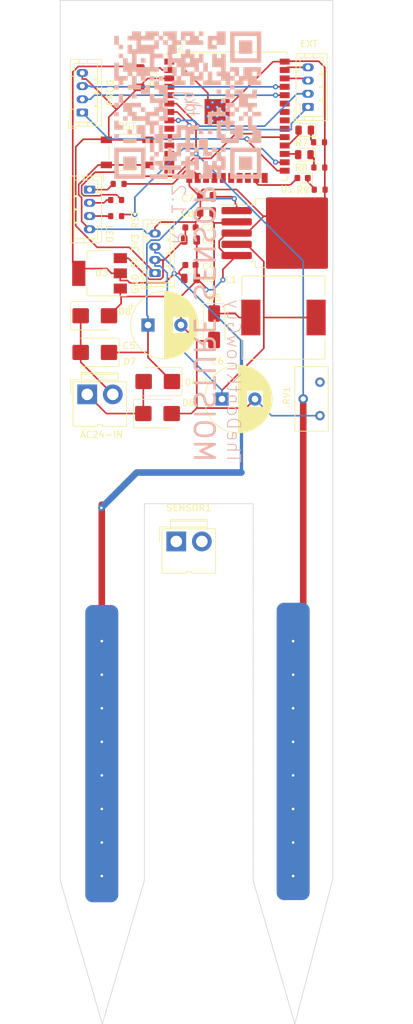
<source format=kicad_pcb>
(kicad_pcb (version 20221018) (generator pcbnew)
  (title_block (title "SPRINKLERS CONTROLLER") (date "2023-10-18") (rev "1.1.0") (company "GIDEONI"))
  (layers (0 "F.Cu" signal) (31 "B.Cu" signal) (34 "B.Paste" user) (35 "F.Paste" user) (36 "B.SilkS" user "B.Silkscreen") (37 "F.SilkS" user "F.Silkscreen") (38 "B.Mask" user) (39 "F.Mask" user) (44 "Edge.Cuts" user))
  (net 0 "")
  (net 2 "GRD")
  (net 4 "3V3")
  (net 11 "Net-(D3-A)")
  (net 12 "Net-(D2-A)")
  (net 20 "Net-(D1-A)")
  (net 21 "Net-(D1-K)")
  (net 22 "Net-(D2-K)")
  (net 23 "Net-(D3-K)")
  (net 24 "Net-(D5-K)")
  (net 25 "Net-(AC24-IN1-Pin_1)")
  (net 26 "Net-(D4-K)")
  (net 28 "Net-(U2-IO5)")
  (net 29 "Net-(U2-IO4)")
  (net 30 "Net-(AC24-IN1-Pin_2)")
  (net 32 "Net-(SENSOR1-Pin_1)")
  (net 36 "Net-(EXT1-Pin_1)")
  (net 37 "Net-(EXT1-Pin_2)")
  (net 38 "Net-(EXT1-Pin_3)")
  (net 39 "Net-(EXT1-Pin_4)")
  (net 40 "Net-(POWER1-Pin_2)")
  (net 41 "Net-(LED1-Pin_1)")
  (net 42 "Net-(LED1-Pin_2)")
  (net 43 "Net-(LED1-Pin_3)")
  (net 44 "Net-(POWER1-Pin_1)")
  (net 45 "Net-(PROG1-Pin_1)")
  (net 46 "Net-(PROG1-Pin_2)")
  (net 47 "Net-(PROG1-Pin_3)")
  (net 48 "Net-(U2-IO13)")
  (footprint "" (layer "F.Cu") (at 151.012298 128.304508)
    (fp_text reference "")
    (fp_text value "")
  )
  (footprint "Package_TO_SOT_SMD:TO-263-5_TabPin3" (layer "F.Cu") (at 150.091 49.8451)
    (fp_text reference "U1")
    (fp_text value "LM2596S-5")
  )
  (footprint "Capacitor_SMD:C_0805_2012Metric" (layer "F.Cu") (at 135.4364 56.7125)
    (fp_text reference "C3")
    (fp_text value "10uF")
  )
  (footprint "Potentiometer_THT:Potentiometer_Bourns_3296Y_Vertical" (layer "F.Cu") (at 155.0794 77.4836 -90)
    (fp_text reference "RV1")
    (fp_text value "R_Potentiometer_Small" hide)
  )
  (footprint "Capacitor_SMD:C_0805_2012Metric" (layer "F.Cu") (at 137.8873 44.3385)
    (fp_text reference "C7")
    (fp_text value "25V 1uF X5R ±10% 0402 Multilayer Ceramic Capacitors MLCC - SMD/SMT ROHS")
  )
  (footprint "Diode_SMD:D_SMB" (layer "F.Cu") (at 130.4328 77.1596)
    (fp_text reference "D6")
    (fp_text value "900mV@2A 30ns 2A 50V DO-214AA Diodes " hide)
  )
  (footprint "Connector_JST:JST_PH_B4B-PH-K_1x04_P2.00mm_Vertical" (layer "F.Cu") (at 119.0247 31.5974 90)
    (fp_text reference "PROG1" hide)
    (fp_text value "Conn_01x04_Pin")
  )
  (footprint "Connector:JWT_A3963_1x02_P3.96mm_Vertical" (layer "F.Cu") (at 133.28 96.52)
    (fp_text reference "SENSOR1")
    (fp_text value "Conn_01x02")
  )
  (footprint "Button_Switch_SMD:SW_SPST_TL3342" (layer "F.Cu") (at 125.819502 37.630532)
    (fp_text reference "RST_SW1" hide)
    (fp_text value "SW_SPST")
  )
  (footprint "LED_SMD:LED_0805_2012Metric" (layer "F.Cu") (at 152.770803 34.260505 180)
    (fp_text reference "D3" hide)
    (fp_text value "LED")
  )
  (footprint "Resistor_SMD:R_0603_1608Metric" (layer "F.Cu") (at 154.988986 39.914805 180)
    (fp_text reference "R8")
    (fp_text value "130")
  )
  (footprint "Resistor_SMD:R_0603_1608Metric" (layer "F.Cu") (at 124.160682 44.838365)
    (fp_text reference "R12" hide)
    (fp_text value "130")
  )
  (footprint "Diode_SMD:D_SMB" (layer "F.Cu") (at 120.9244 67.9082 180)
    (fp_text reference "D7")
    (fp_text value "900mV@2A 30ns 2A 50V DO-214AA Diodes " hide)
  )
  (footprint "Inductor_SMD:L_12x12mm_H8mm" (layer "F.Cu") (at 149.5458 62.6221)
    (fp_text reference "L1")
    (fp_text value "L")
  )
  (footprint "Connector_JST:JST_PH_B4B-PH-K_1x04_P2.00mm_Vertical" (layer "F.Cu") (at 153.262874 30.75425 90)
    (fp_text reference "EXT1" hide)
    (fp_text value "Conn_01x04_Pin")
  )
  (footprint "Capacitor_SMD:C_0603_1608Metric" (layer "F.Cu") (at 135.4364 48.9856)
    (fp_text reference "C2")
    (fp_text value "100nF")
  )
  (footprint "Connector_JST:JST_PH_B4B-PH-K_1x04_P2.00mm_Vertical" (layer "F.Cu") (at 130.0533 55.9048 90)
    (fp_text reference "POWER1" hide)
    (fp_text value "Conn_01x04_Pin")
  )
  (footprint "Resistor_SMD:R_0603_1608Metric" (layer "F.Cu") (at 155.036473 43.27403 180)
    (fp_text reference "R9")
    (fp_text value "130")
  )
  (footprint "Diode_SMD:D_SMB" (layer "F.Cu") (at 130.4783 72.3107 180)
    (fp_text reference "D4")
    (fp_text value "900mV@2A 30ns 2A 50V DO-214AA Diodes " hide)
  )
  (footprint "Capacitor_SMD:C_0603_1608Metric" (layer "F.Cu") (at 135.4364 54.6812)
    (fp_text reference "C4")
    (fp_text value "100nF")
  )
  (footprint "Package_TO_SOT_SMD:SOT-223-3_TabPin2" (layer "F.Cu") (at 121.6393 55.9394 180)
    (fp_text reference "U3")
    (fp_text value "AP1117-33" hide)
  )
  (footprint "Resistor_SMD:R_1206_3216Metric" (layer "F.Cu") (at 127.6075 26.3116 -90)
    (fp_text reference "R10")
    (fp_text value "10K")
  )
  (footprint "RF_Module:ESP32-WROOM-32U" (layer "F.Cu") (at 140.9763 32.1449)
    (fp_text reference "U2")
    (fp_text value "ESP32-WROOM-32U")
  )
  (footprint "" (layer "F.Cu") (at 151.012298 128.304508)
    (fp_text reference "")
    (fp_text value "")
  )
  (footprint "LED_SMD:LED_0603_1608Metric" (layer "F.Cu") (at 152.442874 41.502937 180)
    (fp_text reference "D1" hide)
    (fp_text value "LED")
  )
  (footprint "Diode_SMD:D_SMB" (layer "F.Cu") (at 120.9244 62.3582)
    (fp_text reference "D8")
    (fp_text value "900mV@2A 30ns 2A 50V DO-214AA Diodes " hide)
  )
  (footprint "Resistor_SMD:R_0603_1608Metric" (layer "F.Cu") (at 154.944631 36.097384 180)
    (fp_text reference "R7")
    (fp_text value "130")
  )
  (footprint "" (layer "F.Cu") (at 121.980399 128.640111)
    (fp_text reference "")
    (fp_text value "")
  )
  (footprint "Diode_SMD:D_SMA" (layer "F.Cu") (at 139.0221 64.0218 -90)
    (fp_text reference "D5")
    (fp_text value "B140-E3")
  )
  (footprint "Capacitor_SMD:C_0805_2012Metric" (layer "F.Cu") (at 135.4364 50.8896)
    (fp_text reference "C1")
    (fp_text value "10uF")
  )
  (footprint "LED_SMD:LED_0805_2012Metric" (layer "F.Cu") (at 152.713597 37.97442 180)
    (fp_text reference "D2" hide)
    (fp_text value "LED")
  )
  (footprint "Capacitor_THT:CP_Radial_D10.0mm_P5.00mm" (layer "F.Cu") (at 140.2156 74.9632)
    (fp_text reference "C6")
    (fp_text value "C_Polarized" hide)
  )
  (footprint "Connector_JST:JST_PH_B4B-PH-K_1x04_P2.00mm_Vertical" (layer "F.Cu") (at 120.1247 43.2649 -90)
    (fp_text reference "LED1" hide)
    (fp_text value "Conn_01x04_Pin")
  )
  (footprint "" (layer "F.Cu") (at 121.980399 128.640111)
    (fp_text reference "")
    (fp_text value "")
  )
  (footprint "Resistor_SMD:R_0603_1608Metric" (layer "F.Cu") (at 124.532304 42.401209)
    (fp_text reference "R11" hide)
    (fp_text value "130")
  )
  (footprint "Connector:JWT_A3963_1x02_P3.96mm_Vertical" (layer "F.Cu") (at 119.769482 74.257201)
    (fp_text reference "AC24-IN1" hide)
    (fp_text value "Conn_01x02" hide)
  )
  (footprint "Capacitor_SMD:C_0805_2012Metric" (layer "F.Cu") (at 137.8512 46.6513)
    (fp_text reference "C8")
    (fp_text value "25V 1uF X5R ±10% 0402 Multilayer Ceramic Capacitors MLCC - SMD/SMT ROHS")
  )
  (footprint "Capacitor_THT:CP_Radial_D10.0mm_P5.00mm" (layer "F.Cu") (at 128.9882 63.7639)
    (fp_text reference "C5")
    (fp_text value "C_Polarized" hide)
  )
  (footprint "Resistor_SMD:R_0603_1608Metric" (layer "F.Cu") (at 124.160682 47.282065)
    (fp_text reference "R13" hide)
    (fp_text value "130")
  )
  (footprint "my lib:sprinklers qr code" (layer "B.Cu") (at 135.029893 30.48 90)
    (fp_text reference "")
    (fp_text value "LOGO" hide)
  )
  (gr_line (start 151.269364 169.551973) (end 144.946044 147.836012) (stroke (width 0.1)) (layer "Edge.Cuts"))
  (gr_line (start 128.444304 147.827944) (end 122.059364 169.551973) (stroke (width 0.1)) (layer "Edge.Cuts"))
  (gr_line (start 144.946044 147.836012) (end 144.954304 90.811973) (stroke (width 0.1)) (layer "Edge.Cuts"))
  (gr_line (start 144.954304 90.811973) (end 128.444304 90.811973) (stroke (width 0.1)) (layer "Edge.Cuts"))
  (gr_line (start 128.444304 90.811973) (end 128.444304 147.827944) (stroke (width 0.1)) (layer "Edge.Cuts"))
  (gr_line (start 157.041656 14.611973) (end 157.041656 147.557094) (stroke (width 0.1)) (layer "Edge.Cuts"))
  (gr_line (start 115.674425 147.834778) (end 115.674425 93.460824) (stroke (width 0.1)) (layer "Edge.Cuts"))
  (gr_line (start 115.674425 93.460824) (end 115.674425 14.611973) (stroke (width 0.1)) (layer "Edge.Cuts"))
  (gr_line (start 157.041656 147.557094) (end 151.269364 169.551973) (stroke (width 0.1)) (layer "Edge.Cuts"))
  (gr_line (start 115.674425 14.611973) (end 157.041656 14.611973) (stroke (width 0.1)) (layer "Edge.Cuts"))
  (gr_line (start 122.059364 169.551973) (end 115.674425 147.834778) (stroke (width 0.1)) (layer "Edge.Cuts"))
  (gr_text "R. 1.2" (at 132.404579 51.722453 -90) (layer "B.SilkS") (effects (font (size 2 2)) (justify left bottom mirror)))
  (gr_text "MOISTURE SENSOR" (at 135.717409 84.786671 -90) (layer "B.SilkS") (effects (font (size 3 3) (thickness 0.4)) (justify left bottom mirror)))
  (gr_text "TheDontKnowGuy" (at 140.797409 84.786671 -90) (layer "B.SilkS") (effects (font (size 2 2)) (justify left bottom mirror)))
  (segment (start 141.6532 30.2149) (end 147.9732 23.8949) (width 0.25) (layer "F.Cu") (net 2))
  (segment (start 136.2114 48.9856) (end 136.2114 48.1766) (width 0.25) (layer "F.Cu") (net 2))
  (segment (start 121.434498 39.530532) (end 118.4747 42.49033) (width 0.25) (layer "F.Cu") (net 2))
  (segment (start 139.4513 31.6274) (end 138.7888 31.6274) (width 0.25) (layer "F.Cu") (net 2))
  (segment (start 154.88557 23.82925) (end 155.816987 24.760667) (width 0.25) (layer "F.Cu") (net 2))
  (segment (start 144.0146 49.8451) (end 142.441 49.8451) (width 0.25) (layer "F.Cu") (net 2))
  (segment (start 136.2114 54.6812) (end 136.3864 54.8562) (width 0.25) (layer "F.Cu") (net 2))
  (segment (start 142.441 49.8451) (end 140.9721 49.8451) (width 0.25) (layer "F.Cu") (net 2))
  (segment (start 152.4535 51.0576) (end 154.016 52.6201) (width 0.25) (layer "F.Cu") (net 2))
  (segment (start 139.4763 33.0149) (end 139.4513 32.9899) (width 0.25) (layer "F.Cu") (net 2))
  (segment (start 136.3864 57.0424) (end 133.9882 59.4406) (width 0.25) (layer "F.Cu") (net 2))
  (segment (start 122.669502 39.530532) (end 121.434498 39.530532) (width 0.25) (layer "F.Cu") (net 2))
  (segment (start 136.2114 48.1766) (end 136.9012 47.4868) (width 0.25) (layer "F.Cu") (net 2))
  (segment (start 140.355795 55.330305) (end 140.355795 56.924504) (width 0.25) (layer "F.Cu") (net 2))
  (segment (start 140.1763 31.6149) (end 140.8763 31.6149) (width 0.25) (layer "F.Cu") (net 2))
  (segment (start 136.3875 76.3354) (end 143.8434 76.3354) (width 0.25) (layer "F.Cu") (net 2))
  (segment (start 138.0763 33.0149) (end 138.7763 33.0149) (width 0.25) (layer "F.Cu") (net 2))
  (segment (start 136.9373 43.638) (end 136.9373 44.3385) (width 0.25) (layer "F.Cu") (net 2))
  (segment (start 133.9882 59.4406) (end 124.9136 59.4406) (width 0.25) (layer "F.Cu") (net 2))
  (segment (start 136.2114 48.1766) (end 130.8546 48.1766) (width 0.25) (layer "F.Cu") (net 2))
  (segment (start 146.4683 47.2826) (end 146.4683 47.3914) (width 0.25) (layer "F.Cu") (net 2))
  (segment (start 139.4638 30.2274) (end 139.4513 30.2274) (width 0.25) (layer "F.Cu") (net 2))
  (segment (start 136.3864 50.8896) (end 136.2114 50.7146) (width 0.25) (layer "F.Cu") (net 2))
  (segment (start 138.7763 33.0149) (end 139.4263 33.0149) (width 0.25) (layer "F.Cu") (net 2))
  (segment (start 118.9247 48.0649) (end 120.1247 49.2649) (width 0.25) (layer "F.Cu") (net 2))
  (segment (start 138.0763 28.668) (end 133.3032 23.8949) (width 0.25) (layer "F.Cu") (net 2))
  (segment (start 136.2114 54.6812) (end 136.3864 54.5062) (width 0.25) (layer "F.Cu") (net 2))
  (segment (start 136.9012 47.4868) (end 136.9012 46.6513) (width 0.25) (layer "F.Cu") (net 2))
  (segment (start 138.7888 30.2274) (end 138.7763 30.2149) (width 0.25) (layer "F.Cu") (net 2))
  (segment (start 140.9477 53.2451) (end 142.441 53.2451) (width 0.25) (layer "F.Cu") (net 2))
  (segment (start 149.7213 23.8949) (end 149.78695 23.82925) (width 0.25) (layer "F.Cu") (net 2))
  (segment (start 136.2114 50.7146) (end 136.2114 48.9856) (width 0.25) (layer "F.Cu") (net 2))
  (segment (start 138.0763 31.6149) (end 138.0763 30.9149) (width 0.25) (layer "F.Cu") (net 2))
  (segment (start 140.8763 33.0149) (end 140.8763 32.3149) (width 0.25) (layer "F.Cu") (net 2))
  (segment (start 139.7931 51.0241) (end 139.7931 52.0905) (width 0.25) (layer "F.Cu") (net 2))
  (segment (start 142.441 53.2451) (end 140.355795 55.330305) (width 0.25) (layer "F.Cu") (net 2))
  (segment (start 138.8807 66.1632) (end 139.0221 66.0218) (width 0.25) (layer "F.Cu") (net 2))
  (segment (start 140.1763 33.0149) (end 140.8763 33.0149) (width 0.25) (layer "F.Cu") (net 2))
  (segment (start 140.1763 30.2149) (end 139.4763 30.2149) (width 0.25) (layer "F.Cu") (net 2))
  (segment (start 151.591 49.4951) (end 149.166 47.0701) (width 0.25) (layer "F.Cu") (net 2))
  (segment (start 139.4513 30.2274) (end 138.7888 30.2274) (width 0.25) (layer "F.Cu") (net 2))
  (segment (start 138.0763 30.2149) (end 138.0763 28.668) (width 0.25) (layer "F.Cu") (net 2))
  (segment (start 137.328 43.2473) (end 136.9373 43.638) (width 0.25) (layer "F.Cu") (net 2))
  (segment (start 130.8546 48.1766) (end 130.0533 48.9779) (width 0.25) (layer "F.Cu") (net 2))
  (segment (start 140.8763 30.9149) (end 140.8763 30.2149) (width 0.25) (layer "F.Cu") (net 2))
  (segment (start 154.3756 46.7105) (end 154.016 47.0701) (width 0.25) (layer "F.Cu") (net 2))
  (segment (start 146.4683 47.3914) (end 144.0146 49.8451) (width 0.25) (layer "F.Cu") (net 2))
  (segment (start 142.433 43.2473) (end 137.328 43.2473) (width 0.25) (layer "F.Cu") (net 2))
  (segment (start 139.4513 31.6274) (end 139.4513 32.3149) (width 0.25) (layer "F.Cu") (net 2))
  (segment (start 149.166 52.6201) (end 150.7285 51.0576) (width 0.25) (layer "F.Cu") (net 2))
  (segment (start 140.8763 31.6149) (end 140.8763 30.9149) (width 0.25) (layer "F.Cu") (net 2))
  (segment (start 136.3864 56.7125) (end 136.3864 57.0424) (width 0.25) (layer "F.Cu") (net 2))
  (segment (start 146.4683 47.2826) (end 142.433 43.2473) (width 0.25) (layer "F.Cu") (net 2))
  (segment (start 137.799191 58.125291) (end 136.3864 56.7125) (width 0.25) (layer "F.Cu") (net 2))
  (segment (start 140.9721 49.8451) (end 139.7931 51.0241) (width 0.25) (layer "F.Cu") (net 2))
  (segment (start 151.591 51.0576) (end 151.591 49.8451) (width 0.25) (layer "F.Cu") (net 2))
  (segment (start 133.9882 59.4406) (end 133.9882 63.7639) (width 0.25) (layer "F.Cu") (net 2))
  (segment (start 137.799191 58.417759) (end 137.799191 58.125291) (width 0.25) (layer "F.Cu") (net 2))
  (segment (start 154.016 47.0701) (end 151.591 49.4951) (width 0.25) (layer "F.Cu") (net 2))
  (segment (start 124.9136 60.519) (end 123.0744 62.3582) (width 0.25) (layer "F.Cu") (net 2))
  (segment (start 124.9136 59.4406) (end 124.7893 59.3163) (width 0.25) (layer "F.Cu") (net 2))
  (segment (start 139.4638 31.6274) (end 139.4763 31.6149) (width 0.25) (layer "F.Cu") (net 2))
  (segment (start 149.166 47.0701) (end 148.9535 47.2826) (width 0.25) (layer "F.Cu") (net 2))
  (segment (start 140.8763 32.3149) (end 140.8763 31.6149) (width 0.25) (layer "F.Cu") (net 2))
  (segment (start 143.8434 76.3354) (end 145.2156 74.9632) (width 0.25) (layer "F.Cu") (net 2))
  (segment (start 138.0763 32.3149) (end 138.0763 33.0149) (width 0.25) (layer "F.Cu") (net 2))
  (segment (start 132.2263 23.8949) (end 133.3032 23.8949) (width 0.25) (layer "F.Cu") (net 2))
  (segment (start 135.2663 41.6549) (end 135.2663 42.7318) (width 0.25) (layer "F.Cu") (net 2))
  (segment (start 155.816987 45.689851) (end 154.777926 46.728912) (width 0.25) (layer "F.Cu") (net 2))
  (segment (start 135.5633 77.1596) (end 132.5828 77.1596) (width 0.25) (layer "F.Cu") (net 2))
  (segment (start 136.3864 54.8562) (end 136.3864 56.7125) (width 0.25) (layer "F.Cu") (net 2))
  (segment (start 139.4513 30.2274) (end 139.4513 30.9149) (width 0.25) (layer "F.Cu") (net 2))
  (segment (start 136.9373 46.6152) (end 136.9012 46.6513) (width 0.25) (layer "F.Cu") (net 2))
  (segment (start 138.7888 31.6274) (end 138.7763 31.6149) (width 0.25) (layer "F.Cu") (net 2))
  (segment (start 136.5549 44.0204) (end 135.2663 42.7318) (width 0.25) (layer "F.Cu") (net 2))
  (segment (start 155.816987 24.760667) (end 155.816987 45.689851) (width 0.25) (layer "F.Cu") (net 2))
  (segment (start 150.7285 51.0576) (end 151.591 51.0576) (width 0.25) (layer "F.Cu") (net 2))
  (segment (start 124.7893 58.2394) (end 124.7893 59.3163) (width 0.25) (layer "F.Cu") (net 2))
  (segment (start 138.0763 30.9149) (end 138.0763 30.2149) (width 0.25) (layer "F.Cu") (net 2))
  (segment (start 139.7931 52.0905) (end 140.9477 53.2451) (width 0.25) (layer "F.Cu") (net 2))
  (segment (start 136.3864 54.5062) (end 136.3864 50.8896) (width 0.25) (layer "F.Cu") (net 2))
  (segment (start 118.4747 42.49033) (end 118.4747 44.03947) (width 0.25) (layer "F.Cu") (net 2))
  (segment (start 148.9535 47.2826) (end 146.4683 47.2826) (width 0.25) (layer "F.Cu") (net 2))
  (segment (start 140.8763 30.2149) (end 141.6532 30.2149) (width 0.25) (layer "F.Cu") (net 2))
  (segment (start 139.4513 31.6274) (end 139.4638 31.6274) (width 0.25) (layer "F.Cu") (net 2))
  (segment (start 136.3875 66.1632) (end 133.9882 63.7639) (width 0.25) (layer "F.Cu") (net 2))
  (segment (start 136.3875 76.3354) (end 135.5633 77.1596) (width 0.25) (layer "F.Cu") (net 2))
  (segment (start 136.3875 66.1632) (end 138.8807 66.1632) (width 0.25) (layer "F.Cu") (net 2))
  (segment (start 139.4763 30.2149) (end 139.4638 30.2274) (width 0.25) (layer "F.Cu") (net 2))
  (segment (start 118.9247 44.48947) (end 118.9247 48.0649) (width 0.25) (layer "F.Cu") (net 2))
  (segment (start 147.9732 23.8949) (end 149.7213 23.8949) (width 0.25) (layer "F.Cu") (net 2))
  (segment (start 118.4747 44.03947) (end 118.9247 44.48947) (width 0.25) (layer "F.Cu") (net 2))
  (segment (start 136.9373 44.3385) (end 136.9373 46.6152) (width 0.25) (layer "F.Cu") (net 2))
  (segment (start 139.4763 31.6149) (end 140.1763 31.6149) (width 0.25) (layer "F.Cu") (net 2))
  (segment (start 130.0533 49.9048) (end 130.0533 48.9779) (width 0.25) (layer "F.Cu") (net 2))
  (segment (start 139.4513 32.9899) (end 139.4513 32.3149) (width 0.25) (layer "F.Cu") (net 2))
  (segment (start 128.969502 39.530532) (end 122.669502 39.530532) (width 0.25) (layer "F.Cu") (net 2))
  (segment (start 149.78695 23.82925) (end 154.88557 23.82925) (width 0.25) (layer "F.Cu") (net 2))
  (segment (start 151.591 51.0576) (end 152.4535 51.0576) (width 0.25) (layer "F.Cu") (net 2))
  (segment (start 139.4263 33.0149) (end 139.4513 32.9899) (width 0.25) (layer "F.Cu") (net 2))
  (segment (start 151.591 49.8451) (end 151.591 49.4951) (width 0.25) (layer "F.Cu") (net 2))
  (segment (start 138.7763 31.6149) (end 138.0763 31.6149) (width 0.25) (layer "F.Cu") (net 2))
  (segment (start 140.8763 30.2149) (end 140.1763 30.2149) (width 0.25) (layer "F.Cu") (net 2))
  (segment (start 136.3875 66.1632) (end 136.3875 76.3354) (width 0.25) (layer "F.Cu") (net 2))
  (segment (start 124.9136 59.4406) (end 124.9136 60.519) (width 0.25) (layer "F.Cu") (net 2))
  (via (at 140.355795 56.924504) (size 0.8) (drill 0.4) (layers "F.Cu" "B.Cu") (net 2))
  (via (at 137.799191 58.417759) (size 0.8) (drill 0.4) (layers "F.Cu" "B.Cu") (net 2))
  (segment (start 138.86254 58.417759) (end 137.799191 58.417759) (width 0.25) (layer "B.Cu") (net 2))
  (segment (start 145.2156 74.9632) (end 147.736 77.4836) (width 0.25) (layer "B.Cu") (net 2))
  (segment (start 128.2115 49.2649) (end 120.5739 49.2649) (width 0.25) (layer "B.Cu") (net 2))
  (segment (start 130.0533 49.9048) (end 128.8514 49.9048) (width 0.25) (layer "B.Cu") (net 2))
  (segment (start 140.355795 56.924504) (end 138.86254 58.417759) (width 0.25) (layer "B.Cu") (net 2))
  (segment (start 128.8514 49.9048) (end 128.2115 49.2649) (width 0.25) (layer "B.Cu") (net 2))
  (segment (start 147.736 77.4836) (end 155.0794 77.4836) (width 0.25) (layer "B.Cu") (net 2))
  (segment (start 124.7893 55.9394) (end 124.7893 57.0163) (width 0.25) (layer "F.Cu") (net 4))
  (segment (start 117.5747 25.458) (end 117.5747 54.2998) (width 0.25) (layer "F.Cu") (net 4))
  (segment (start 133.7431 55.9692) (end 133.7431 55.5995) (width 0.25) (layer "F.Cu") (net 4))
  (segment (start 124.7893 57.0163) (end 125.8662 57.0163) (width 0.25) (layer "F.Cu") (net 4))
  (segment (start 122.7374 55.2144) (end 123.4624 55.9394) (width 0.25) (layer "F.Cu") (net 4))
  (segment (start 124.7893 55.9394) (end 123.4624 55.9394) (width 0.25) (layer "F.Cu") (net 4))
  (segment (start 130.8336 24.8491) (end 127.6075 24.8491) (width 0.25) (layer "F.Cu") (net 4))
  (segment (start 118.4139 24.6188) (end 117.5747 25.458) (width 0.25) (layer "F.Cu") (net 4))
  (segment (start 118.4893 55.9394) (end 118.4893 55.2144) (width 0.25) (layer "F.Cu") (net 4))
  (segment (start 118.4893 55.2144) (end 122.7374 55.2144) (width 0.25) (layer "F.Cu") (net 4))
  (segment (start 131.8013 25.1649) (end 131.1494 25.1649) (width 0.25) (layer "F.Cu") (net 4))
  (segment (start 131.1494 25.1649) (end 130.8336 24.8491) (width 0.25) (layer "F.Cu") (net 4))
  (segment (start 127.3772 24.6188) (end 118.4139 24.6188) (width 0.25) (layer "F.Cu") (net 4))
  (segment (start 121.980399 110.000101) (end 121.980399 90.950101) (width 1) (layer "F.Cu") (net 4))
  (segment (start 131.5809 57.3573) (end 132.969 55.9692) (width 0.25) (layer "F.Cu") (net 4))
  (segment (start 132.969 55.9692) (end 133.7431 55.9692) (width 0.25) (layer "F.Cu") (net 4))
  (segment (start 133.7431 55.9692) (end 134.4864 56.7125) (width 0.25) (layer "F.Cu") (net 4))
  (segment (start 126.2072 57.3573) (end 131.5809 57.3573) (width 0.25) (layer "F.Cu") (net 4))
  (segment (start 127.6075 24.8491) (end 127.3772 24.6188) (width 0.25) (layer "F.Cu") (net 4))
  (segment (start 133.7431 55.5995) (end 134.6614 54.6812) (width 0.25) (layer "F.Cu") (net 4))
  (segment (start 117.5747 54.2998) (end 118.4893 55.2144) (width 0.25) (layer "F.Cu") (net 4))
  (segment (start 125.8662 57.0163) (end 126.2072 57.3573) (width 0.25) (layer "F.Cu") (net 4))
  (segment (start 131.8013 25.1649) (end 132.2263 25.1649) (width 0.25) (layer "F.Cu") (net 4))
  (via (at 121.980399 111.610243) (size 0.8) (drill 0.4) (layers "F.Cu" "B.Cu") (net 4))
  (via (at 121.980399 131.930243) (size 0.8) (drill 0.4) (layers "F.Cu" "B.Cu") (net 4))
  (via (at 121.980399 121.770243) (size 0.8) (drill 0.4) (layers "F.Cu" "B.Cu") (net 4))
  (via (at 121.980399 116.690243) (size 0.8) (drill 0.4) (layers "F.Cu" "B.Cu") (net 4))
  (via (at 132.969 55.9692) (size 0.8) (drill 0.4) (layers "F.Cu" "B.Cu") (net 4))
  (via (at 121.980399 137.010243) (size 0.8) (drill 0.4) (layers "F.Cu" "B.Cu") (net 4))
  (via (at 121.980399 142.090243) (size 0.8) (drill 0.4) (layers "F.Cu" "B.Cu") (net 4))
  (via (at 121.92 91.44) (size 0.8) (drill 0.4) (layers "F.Cu" "B.Cu") (net 4))
  (via (at 121.980399 126.850243) (size 0.8) (drill 0.4) (layers "F.Cu" "B.Cu") (net 4))
  (via (at 121.980399 147.170243) (size 0.8) (drill 0.4) (layers "F.Cu" "B.Cu") (net 4))
  (segment (start 130.0533 51.9048) (end 130.0533 52.8317) (width 0.25) (layer "B.Cu") (net 4))
  (segment (start 130.6326 52.8317) (end 132.969 55.1681) (width 0.25) (layer "B.Cu") (net 4))
  (segment (start 143.1681 86.0881) (end 127.2719 86.0881) (width 1) (layer "B.Cu") (net 4))
  (segment (start 143.168 86.0881) (end 143.1681 86.0881) (width 0.25) (layer "B.Cu") (net 4))
  (segment (start 143.168 66.1682) (end 143.168 86.0881) (width 0.5) (layer "B.Cu") (net 4))
  (segment (start 130.0533 52.8317) (end 130.6326 52.8317) (width 0.25) (layer "B.Cu") (net 4))
  (segment (start 132.969 55.9692) (end 143.168 66.1682) (width 0.25) (layer "B.Cu") (net 4))
  (segment (start 132.969 55.1681) (end 132.969 55.9692) (width 0.25) (layer "B.Cu") (net 4))
  (segment (start 127.2719 86.0881) (end 121.92 91.44) (width 1) (layer "B.Cu") (net 4))
  (segment (start 151.833303 34.260505) (end 151.833303 34.960505) (width 0.25) (layer "F.Cu") (net 11))
  (segment (start 151.833303 34.960505) (end 150.203908 36.5899) (width 0.25) (layer "F.Cu") (net 11))
  (segment (start 150.203908 36.5899) (end 149.7263 36.5899) (width 0.25) (layer "F.Cu") (net 11))
  (segment (start 149.7263 37.8599) (end 151.661577 37.8599) (width 0.25) (layer "F.Cu") (net 12))
  (segment (start 151.661577 37.8599) (end 151.776097 37.97442) (width 0.25) (layer "F.Cu") (net 12))
  (segment (start 145.4213 41.4949) (end 145.4213 42.2449) (width 0.25) (layer "F.Cu") (net 20))
  (segment (start 145.4213 42.2449) (end 145.7463 42.5699) (width 0.25) (layer "F.Cu") (net 20))
  (segment (start 150.588411 42.5699) (end 151.655374 41.502937) (width 0.25) (layer "F.Cu") (net 20))
  (segment (start 145.7463 42.5699) (end 150.588411 42.5699) (width 0.25) (layer "F.Cu") (net 20))
  (segment (start 153.230374 41.502937) (end 153.230374 42.08371) (width 0.25) (layer "F.Cu") (net 21))
  (segment (start 153.230374 42.08371) (end 154.196377 43.049713) (width 0.25) (layer "F.Cu") (net 21))
  (segment (start 154.163986 38.487309) (end 153.651097 37.97442) (width 0.25) (layer "F.Cu") (net 22))
  (segment (start 154.163986 39.914805) (end 154.163986 38.487309) (width 0.25) (layer "F.Cu") (net 22))
  (segment (start 153.708303 35.686056) (end 154.119631 36.097384) (width 0.25) (layer "F.Cu") (net 23))
  (segment (start 153.708303 34.260505) (end 153.708303 35.686056) (width 0.25) (layer "F.Cu") (net 23))
  (segment (start 139.0221 62.0218) (end 142.2186 62.0218) (width 0.25) (layer "F.Cu") (net 24))
  (segment (start 139.0221 48.3022) (end 142.2839 48.3022) (width 0.25) (layer "F.Cu") (net 24))
  (segment (start 139.0221 48.3022) (end 139.0221 62.0218) (width 0.25) (layer "F.Cu") (net 24))
  (segment (start 138.8012 48.0813) (end 139.0221 48.3022) (width 0.25) (layer "F.Cu") (net 24))
  (segment (start 142.2186 62.0218) (end 142.8189 62.6221) (width 0.25) (layer "F.Cu") (net 24))
  (segment (start 142.2839 48.3022) (end 142.441 48.1451) (width 0.25) (layer "F.Cu") (net 24))
  (segment (start 144.5958 62.6221) (end 142.8189 62.6221) (width 0.25) (layer "F.Cu") (net 24))
  (segment (start 138.8012 46.6513) (end 138.8012 48.0813) (width 0.25) (layer "F.Cu") (net 24))
  (segment (start 122.671881 77.1596) (end 128.2828 77.1596) (width 0.25) (layer "F.Cu") (net 25))
  (segment (start 128.2828 72.3562) (end 128.2828 75.8042) (width 0.25) (layer "F.Cu") (net 25))
  (segment (start 128.2828 75.8042) (end 128.2828 77.1596) (width 0.25) (layer "F.Cu") (net 25))
  (segment (start 128.3283 72.3107) (end 128.2828 72.3562) (width 0.25) (layer "F.Cu") (net 25))
  (segment (start 119.769482 74.257201) (end 122.671881 77.1596) (width 0.25) (layer "F.Cu") (net 25))
  (segment (start 138.8373 44.3385) (end 141.784002 44.3385) (width 0.25) (layer "F.Cu") (net 26))
  (segment (start 142.24 45.3885) (end 142.441 45.5895) (width 0.25) (layer "F.Cu") (net 26))
  (segment (start 141.784002 44.3385) (end 142.073621 44.628119) (width 0.25) (layer "F.Cu") (net 26))
  (segment (start 128.9882 63.7639) (end 128.9882 67.9082) (width 0.25) (layer "F.Cu") (net 26))
  (segment (start 128.9882 68.6706) (end 132.6283 72.3107) (width 0.25) (layer "F.Cu") (net 26))
  (segment (start 142.441 45.5895) (end 142.441 46.4451) (width 0.25) (layer "F.Cu") (net 26))
  (segment (start 128.9882 67.9082) (end 123.0744 67.9082) (width 0.25) (layer "F.Cu") (net 26))
  (segment (start 128.9882 67.9082) (end 128.9882 68.6706) (width 0.25) (layer "F.Cu") (net 26))
  (segment (start 142.24 44.794498) (end 142.24 45.3885) (width 0.25) (layer "F.Cu") (net 26))
  (segment (start 142.073621 44.628119) (end 142.24 44.794498) (width 0.25) (layer "F.Cu") (net 26))
  (via (at 142.073621 44.628119) (size 0.8) (drill 0.4) (layers "F.Cu" "B.Cu") (net 26))
  (segment (start 136.976281 44.628119) (end 130.6996 50.9048) (width 0.25) (layer "B.Cu") (net 26))
  (segment (start 128.9882 62.437) (end 128.9882 63.7639) (width 0.25) (layer "B.Cu") (net 26))
  (segment (start 130.6996 50.9048) (end 129.4512 50.9048) (width 0.25) (layer "B.Cu") (net 26))
  (segment (start 128.8185 51.5375) (end 128.8185 62.2673) (width 0.25) (layer "B.Cu") (net 26))
  (segment (start 128.8185 62.2673) (end 128.9882 62.437) (width 0.25) (layer "B.Cu") (net 26))
  (segment (start 142.073621 44.628119) (end 136.976281 44.628119) (width 0.25) (layer "B.Cu") (net 26))
  (segment (start 129.4512 50.9048) (end 128.8185 51.5375) (width 0.25) (layer "B.Cu") (net 26))
  (segment (start 142.2986 34.8021) (end 144.9479 34.8021) (width 0.25) (layer "F.Cu") (net 28))
  (segment (start 118.9247 43.853074) (end 118.9247 42.676726) (width 0.25) (layer "F.Cu") (net 28))
  (segment (start 135.8954 38.536) (end 138.5647 38.536) (width 0.25) (layer "F.Cu") (net 28))
  (segment (start 118.9247 42.676726) (end 120.974226 40.6272) (width 0.25) (layer "F.Cu") (net 28))
  (segment (start 120.974226 40.6272) (end 124.023762 40.6272) (width 0.25) (layer "F.Cu") (net 28))
  (segment (start 119.261526 44.1899) (end 118.9247 43.853074) (width 0.25) (layer "F.Cu") (net 28))
  (segment (start 145.4707 35.3249) (end 149.7263 35.3249) (width 0.25) (layer "F.Cu") (net 28))
  (segment (start 138.5647 38.536) (end 142.2986 34.8021) (width 0.25) (layer "F.Cu") (net 28))
  (segment (start 144.9479 34.8021) (end 145.4707 35.3249) (width 0.25) (layer "F.Cu") (net 28))
  (segment (start 121.887371 44.038365) (end 124.185682 44.038365) (width 0.25) (layer "F.Cu") (net 28))
  (segment (start 121.735836 44.1899) (end 119.261526 44.1899) (width 0.25) (layer "F.Cu") (net 28))
  (segment (start 121.735836 44.1899) (end 121.887371 44.038365) (width 0.25) (layer "F.Cu") (net 28))
  (segment (start 124.023762 40.6272) (end 124.3313 40.934738) (width 0.25) (layer "F.Cu") (net 28))
  (segment (start 124.185682 44.038365) (end 124.985682 44.838365) (width 0.25) (layer "F.Cu") (net 28))
  (segment (start 133.1979 41.2335) (end 135.8954 38.536) (width 0.25) (layer "F.Cu") (net 28))
  (segment (start 124.3313 40.934738) (end 124.3313 41.2335) (width 0.25) (layer "F.Cu") (net 28))
  (segment (start 124.3313 41.2335) (end 133.1979 41.2335) (width 0.25) (layer "F.Cu") (net 28))
  (segment (start 148.3751 39.1349) (end 148.342 39.1018) (width 0.25) (layer "F.Cu") (net 29))
  (segment (start 127 47.033) (end 125.234747 47.033) (width 0.25) (layer "F.Cu") (net 29))
  (segment (start 149.7263 39.1349) (end 148.3751 39.1349) (width 0.25) (layer "F.Cu") (net 29))
  (segment (start 125.234747 47.033) (end 124.985682 47.282065) (width 0.25) (layer "F.Cu") (net 29))
  (via (at 127 47.033) (size 0.8) (drill 0.4) (layers "F.Cu" "B.Cu") (net 29))
  (via (at 148.342 39.1018) (size 0.8) (drill 0.4) (layers "F.Cu" "B.Cu") (net 29))
  (segment (start 146.3046 37.0644) (end 148.342 39.1018) (width 0.25) (layer "B.Cu") (net 29))
  (segment (start 134.3236 37.0644) (end 146.3046 37.0644) (width 0.25) (layer "B.Cu") (net 29))
  (segment (start 127 47.033) (end 127 44.388) (width 0.25) (layer "B.Cu") (net 29))
  (segment (start 127 44.388) (end 134.3236 37.0644) (width 0.25) (layer "B.Cu") (net 29))
  (segment (start 118.7744 69.382119) (end 118.7744 67.9082) (width 0.25) (layer "F.Cu") (net 30))
  (segment (start 119.7923 68.9261) (end 118.7744 67.9082) (width 0.25) (layer "F.Cu") (net 30))
  (segment (start 118.7744 67.9082) (end 118.7744 62.3582) (width 0.25) (layer "F.Cu") (net 30))
  (segment (start 123.649482 74.257201) (end 118.7744 69.382119) (width 0.25) (layer "F.Cu") (net 30))
  (segment (start 133.3032 30.2449) (end 136.2791 33.2208) (width 0.25) (layer "F.Cu") (net 32))
  (segment (start 136.2791 33.2208) (end 136.2791 37.809) (width 0.25) (layer "F.Cu") (net 32))
  (segment (start 151.012298 111.610243) (end 152.5394 110.083141) (width 0.25) (layer "F.Cu") (net 32))
  (segment (start 152.5394 110.083141) (end 152.5394 74.9436) (width 1) (layer "F.Cu") (net 32))
  (segment (start 132.2263 30.2449) (end 133.3032 30.2449) (width 0.25) (layer "F.Cu") (net 32))
  (segment (start 152.4 75.083) (end 152.5394 74.9436) (width 0.25) (layer "F.Cu") (net 32))
  (via (at 151.012298 137.010243) (size 0.8) (drill 0.4) (layers "F.Cu" "B.Cu") (net 32))
  (via (at 151.012298 116.690243) (size 0.8) (drill 0.4) (layers "F.Cu" "B.Cu") (net 32))
  (via (at 151.012298 111.610243) (size 0.8) (drill 0.4) (layers "F.Cu" "B.Cu") (net 32))
  (via (at 151.012298 131.930243) (size 0.8) (drill 0.4) (layers "F.Cu" "B.Cu") (net 32))
  (via (at 151.012298 147.170243) (size 0.8) (drill 0.4) (layers "F.Cu" "B.Cu") (net 32))
  (via (at 151.012298 142.090243) (size 0.8) (drill 0.4) (layers "F.Cu" "B.Cu") (net 32))
  (via (at 151.012298 126.850243) (size 0.8) (drill 0.4) (layers "F.Cu" "B.Cu") (net 32))
  (via (at 136.2791 37.809) (size 0.8) (drill 0.4) (layers "F.Cu" "B.Cu") (net 32))
  (via (at 151.012298 121.770243) (size 0.8) (drill 0.4) (layers "F.Cu" "B.Cu") (net 32))
  (segment (start 152.5394 54.0693) (end 136.2791 37.809) (width 0.25) (layer "B.Cu") (net 32))
  (segment (start 152.5394 74.9436) (end 152.5394 54.0693) (width 0.25) (layer "B.Cu") (net 32))
  (segment (start 133.4113 31.5149) (end 135.2303 33.3339) (width 0.25) (layer "F.Cu") (net 36))
  (segment (start 132.2263 31.5149) (end 133.4113 31.5149) (width 0.25) (layer "F.Cu") (net 36))
  (segment (start 135.2303 33.3339) (end 135.2303 33.5904) (width 0.25) (layer "F.Cu") (net 36))
  (via (at 135.2303 33.5904) (size 0.8) (drill 0.4) (layers "F.Cu" "B.Cu") (net 36))
  (segment (start 153.262874 30.75425) (end 150.7455 33.271624) (width 0.25) (layer "B.Cu") (net 36))
  (segment (start 150.7455 34.1792) (end 135.8191 34.1792) (width 0.25) (layer "B.Cu") (net 36))
  (segment (start 135.8191 34.1792) (end 135.2303 33.5904) (width 0.25) (layer "B.Cu") (net 36))
  (segment (start 150.7455 33.271624) (end 150.7455 34.1792) (width 0.25) (layer "B.Cu") (net 36))
  (segment (start 132.2263 32.7849) (end 133.5898 32.7849) (width 0.25) (layer "F.Cu") (net 37))
  (via (at 133.5898 32.7849) (size 0.8) (drill 0.4) (layers "F.Cu" "B.Cu") (net 37))
  (segment (start 135.962 32.7849) (end 133.5898 32.7849) (width 0.25) (layer "B.Cu") (net 37))
  (segment (start 146.6898 33.6565) (end 136.8336 33.6565) (width 0.25) (layer "B.Cu") (net 37))
  (segment (start 153.262874 28.75425) (end 151.59205 28.75425) (width 0.25) (layer "B.Cu") (net 37))
  (segment (start 151.59205 28.75425) (end 146.6898 33.6565) (width 0.25) (layer "B.Cu") (net 37))
  (segment (start 136.8336 33.6565) (end 135.962 32.7849) (width 0.25) (layer "B.Cu") (net 37))
  (segment (start 152.938524 26.4299) (end 153.262874 26.75425) (width 0.25) (layer "F.Cu") (net 38))
  (segment (start 149.7263 26.4299) (end 152.938524 26.4299) (width 0.25) (layer "F.Cu") (net 38))
  (segment (start 150.13195 24.75425) (end 149.7263 25.1599) (width 0.25) (layer "F.Cu") (net 39))
  (segment (start 153.262874 24.75425) (end 150.13195 24.75425) (width 0.25) (layer "F.Cu") (net 39))
  (segment (start 131.4712 53.9048) (end 134.4864 50.8896) (width 0.25) (layer "F.Cu") (net 40))
  (segment (start 131.2671 53.9048) (end 131.4712 53.9048) (width 0.25) (layer "F.Cu") (net 40))
  (segment (start 125.9883 53.6394) (end 129.1899 56.841) (width 0.25) (layer "F.Cu") (net 40))
  (segment (start 131.2671 56.5009) (end 130.927 56.841) (width 0.25) (layer "F.Cu") (net 40))
  (segment (start 130.927 56.841) (end 129.1899 56.841) (width 0.25) (layer "F.Cu") (net 40))
  (segment (start 134.4864 50.8896) (end 134.6614 50.7146) (width 0.25) (layer "F.Cu") (net 40))
  (segment (start 131.2671 53.9048) (end 131.2671 56.5009) (width 0.25) (layer "F.Cu") (net 40))
  (segment (start 152.7189 62.6221) (end 146.5632 62.6221) (width 0.25) (layer "F.Cu") (net 40))
  (segment (start 140.2156 74.9632) (end 140.2156 73.6363) (width 0.25) (layer "F.Cu") (net 40))
  (segment (start 146.5632 62.6221) (end 146.5632 54.1641) (width 0.25) (layer "F.Cu") (net 40))
  (segment (start 134.6614 50.7146) (end 134.6614 48.9856) (width 0.25) (layer "F.Cu") (net 40))
  (segment (start 124.7893 53.6394) (end 125.9883 53.6394) (width 0.25) (layer "F.Cu") (net 40))
  (segment (start 143.9442 51.5451) (end 142.441 51.5451) (width 0.25) (layer "F.Cu") (net 40))
  (segment (start 130.0533 53.9048) (end 131.2671 53.9048) (width 0.25) (layer "F.Cu") (net 40))
  (segment (start 140.2156 73.6363) (end 146.5632 67.2887) (width 0.25) (layer "F.Cu") (net 40))
  (segment (start 154.4958 62.6221) (end 152.7189 62.6221) (width 0.25) (layer "F.Cu") (net 40))
  (segment (start 146.5632 67.2887) (end 146.5632 62.6221) (width 0.25) (layer "F.Cu") (net 40))
  (segment (start 146.5632 54.1641) (end 143.9442 51.5451) (width 0.25) (layer "F.Cu") (net 40))
  (segment (start 130.0533 53.9048) (end 130.0533 54.8317) (width 0.25) (layer "B.Cu") (net 40))
  (segment (start 140.2156 73.6363) (end 131.9255 65.3462) (width 0.25) (layer "B.Cu") (net 40))
  (segment (start 130.8463 54.8317) (end 130.0533 54.8317) (width 0.25) (layer "B.Cu") (net 40))
  (segment (start 131.9255 65.3462) (end 131.9255 55.9109) (width 0.25) (layer "B.Cu") (net 40))
  (segment (start 140.2156 74.9632) (end 140.2156 73.6363) (width 0.25) (layer "B.Cu") (net 40))
  (segment (start 131.9255 55.9109) (end 130.8463 54.8317) (width 0.25) (layer "B.Cu") (net 40))
  (segment (start 120.1247 43.2649) (end 122.843613 43.2649) (width 0.25) (layer "F.Cu") (net 41))
  (segment (start 122.843613 43.2649) (end 123.707304 42.401209) (width 0.25) (layer "F.Cu") (net 41))
  (segment (start 123.335682 44.838365) (end 122.728635 44.838365) (width 0.25) (layer "F.Cu") (net 42))
  (segment (start 122.728635 44.838365) (end 122.3021 45.2649) (width 0.25) (layer "F.Cu") (net 42))
  (segment (start 122.3021 45.2649) (end 120.1247 45.2649) (width 0.25) (layer "F.Cu") (net 42))
  (segment (start 122.6668 47.2649) (end 122.7063 47.3044) (width 0.25) (layer "F.Cu") (net 43))
  (segment (start 122.7063 47.3044) (end 122.728635 47.282065) (width 0.25) (layer "F.Cu") (net 43))
  (segment (start 120.1247 47.2649) (end 122.6668 47.2649) (width 0.25) (layer "F.Cu") (net 43))
  (segment (start 122.728635 47.282065) (end 123.335682 47.282065) (width 0.25) (layer "F.Cu") (net 43))
  (segment (start 126.1503 52.0018) (end 130.0533 55.9048) (width 0.25) (layer "F.Cu") (net 44))
  (segment (start 123.0345 32.3098) (end 123.0345 35.6418) (width 0.25) (layer "F.Cu") (net 44))
  (segment (start 119.6014 26.5243) (end 124.2107 31.1336) (width 0.25) (layer "F.Cu") (net 44))
  (segment (start 128.9467 26.4349) (end 127.6075 27.7741) (width 0.25) (layer "F.Cu") (net 44))
  (segment (start 118.0247 36.7912) (end 118.0247 48.748048) (width 0.25) (layer "F.Cu") (net 44))
  (segment (start 128.969502 35.730532) (end 122.669502 35.730532) (width 0.25) (layer "F.Cu") (net 44))
  (segment (start 124.2107 31.1336) (end 124.248 31.1336) (width 0.25) (layer "F.Cu") (net 44))
  (segment (start 118.0247 48.748048) (end 121.278452 52.0018) (width 0.25) (layer "F.Cu") (net 44))
  (segment (start 119.1741 35.6418) (end 118.0247 36.7912) (width 0.25) (layer "F.Cu") (net 44))
  (segment (start 123.0345 35.6418) (end 119.1741 35.6418) (width 0.25) (layer "F.Cu") (net 44))
  (segment (start 119.0247 25.5974) (end 119.0247 26.5243) (width 0.25) (layer "F.Cu") (net 44))
  (segment (start 124.2107 31.1336) (end 123.0345 32.3098) (width 0.25) (layer "F.Cu") (net 44))
  (segment (start 119.0247 26.5243) (end 119.6014 26.5243) (width 0.25) (layer "F.Cu") (net 44))
  (segment (start 132.2263 26.4349) (end 128.9467 26.4349) (width 0.25) (layer "F.Cu") (net 44))
  (segment (start 124.248 31.1336) (end 127.6075 27.7741) (width 0.25) (layer "F.Cu") (net 44))
  (segment (start 121.278452 52.0018) (end 126.1503 52.0018) (width 0.25) (layer "F.Cu") (net 44))
  (segment (start 143.9978 35.5914) (end 143.9978 35.7877) (width 0.25) (layer "F.Cu") (net 45))
  (segment (start 148.615 40.4049) (end 149.7263 40.4049) (width 0.25) (layer "F.Cu") (net 45))
  (segment (start 143.9978 35.7877) (end 148.615 40.4049) (width 0.25) (layer "F.Cu") (net 45))
  (via (at 143.9978 35.5914) (size 0.8) (drill 0.4) (layers "F.Cu" "B.Cu") (net 45))
  (segment (start 143.9978 35.5914) (end 123.0187 35.5914) (width 0.25) (layer "B.Cu") (net 45))
  (segment (start 123.0187 35.5914) (end 119.0247 31.5974) (width 0.25) (layer "B.Cu") (net 45))
  (segment (start 149.7263 28.9749) (end 148.3399 28.9749) (width 0.25) (layer "F.Cu") (net 46))
  (via (at 148.3399 28.9749) (size 0.8) (drill 0.4) (layers "F.Cu" "B.Cu") (net 46))
  (segment (start 120.2266 29.5974) (end 120.8491 28.9749) (width 0.25) (layer "B.Cu") (net 46))
  (segment (start 119.0247 29.5974) (end 120.2266 29.5974) (width 0.25) (layer "B.Cu") (net 46))
  (segment (start 120.8491 28.9749) (end 148.3399 28.9749) (width 0.25) (layer "B.Cu") (net 46))
  (segment (start 149.7263 27.7049) (end 148.3501 27.7049) (width 0.25) (layer "F.Cu") (net 47))
  (via (at 148.3501 27.7049) (size 0.8) (drill 0.4) (layers "F.Cu" "B.Cu") (net 47))
  (segment (start 120.3341 27.7049) (end 148.3501 27.7049) (width 0.25) (layer "B.Cu") (net 47))
  (segment (start 120.2266 27.5974) (end 120.3341 27.7049) (width 0.25) (layer "B.Cu") (net 47))
  (segment (start 119.0247 27.5974) (end 120.2266 27.5974) (width 0.25) (layer "B.Cu") (net 47))
  (segment (start 134.67668 40.4199) (end 135.84592 40.4199) (width 0.25) (layer "F.Cu") (net 48))
  (segment (start 132.750391 42.401209) (end 134.4863 40.6653) (width 0.25) (layer "F.Cu") (net 48))
  (segment (start 125.357304 42.401209) (end 132.750391 42.401209) (width 0.25) (layer "F.Cu") (net 48))
  (segment (start 134.4863 40.6653) (end 134.4863 40.61028) (width 0.25) (layer "F.Cu") (net 48))
  (segment (start 134.4863 40.61028) (end 134.67668 40.4199) (width 0.25) (layer "F.Cu") (net 48))
  (segment (start 135.84592 40.4199) (end 136.5363 41.11028) (width 0.25) (layer "F.Cu") (net 48))
  (segment (start 136.5363 41.11028) (end 136.5363 41.6549) (width 0.25) (layer "F.Cu") (net 48))
)
</source>
